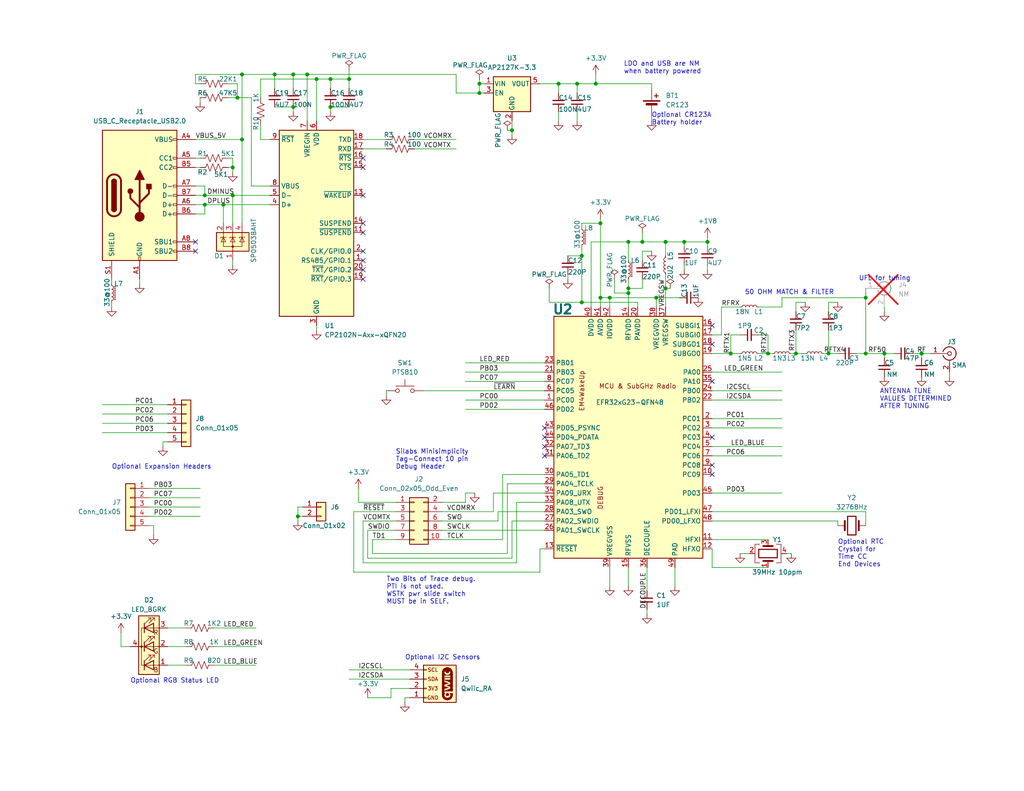
<source format=kicad_sch>
(kicad_sch (version 20230121) (generator eeschema)
  (paper "A")
  (title_block (title "ZReach Z-Wave Controller Reference Design") (date "2024-02-16") (rev "A") (company "Z-Wave Alliance"))
  (junction (at 217.17 96.52))
  (junction (at 236.22 96.52))
  (junction (at 83.82 20.32))
  (junction (at 60.96 55.88))
  (junction (at 166.37 81.28))
  (junction (at 81.28 140.97))
  (junction (at 74.93 20.32))
  (junction (at 181.61 66.04))
  (junction (at 162.56 22.86))
  (junction (at 55.88 53.34))
  (junction (at 66.04 38.1))
  (junction (at 251.46 96.52))
  (junction (at 55.88 55.88))
  (junction (at 226.06 96.52))
  (junction (at 130.81 25.4))
  (junction (at 209.55 96.52))
  (junction (at 64.77 26.67))
  (junction (at 163.83 60.96))
  (junction (at 139.7 35.56))
  (junction (at 86.36 21.59))
  (junction (at 95.25 21.59))
  (junction (at 241.3 96.52))
  (junction (at 130.81 22.86))
  (junction (at 163.83 81.28))
  (junction (at 179.07 81.28))
  (junction (at 186.69 66.04))
  (junction (at 171.45 80.01))
  (junction (at 236.22 81.28))
  (junction (at 171.45 78.74))
  (junction (at 63.5 53.34))
  (junction (at 63.5 45.72))
  (junction (at 80.01 29.21))
  (junction (at 181.61 78.74))
  (junction (at 90.17 29.21))
  (junction (at 158.75 82.55))
  (junction (at 157.48 22.86))
  (junction (at 199.39 96.52))
  (junction (at 193.04 66.04))
  (junction (at 171.45 66.04))
  (junction (at 80.01 20.32))
  (junction (at 175.26 66.04))
  (junction (at 66.04 20.32))
  (junction (at 152.4 22.86))
  (junction (at 90.17 21.59))
  (junction (at 158.75 69.85))
  (no_connect (at 53.34 66.04))
  (no_connect (at 99.06 45.72))
  (no_connect (at 148.59 121.92))
  (no_connect (at 194.31 104.14))
  (no_connect (at 148.59 119.38))
  (no_connect (at 99.06 60.96))
  (no_connect (at 99.06 43.18))
  (no_connect (at 53.34 68.58))
  (no_connect (at 99.06 71.12))
  (no_connect (at 194.31 127))
  (no_connect (at 99.06 63.5))
  (no_connect (at 99.06 53.34))
  (no_connect (at 194.31 129.54))
  (no_connect (at 99.06 73.66))
  (no_connect (at 148.59 116.84))
  (no_connect (at 194.31 93.98))
  (no_connect (at 99.06 76.2))
  (no_connect (at 99.06 68.58))
  (no_connect (at 194.31 119.38))
  (no_connect (at 194.31 88.9))
  (no_connect (at 148.59 124.46))
  (wire (pts (xy 152.4 30.48) (xy 152.4 33.02)))
  (wire (pts (xy 80.01 20.32) (xy 83.82 20.32)))
  (wire (pts (xy 140.97 153.67) (xy 140.97 137.16)))
  (wire (pts (xy 53.34 22.86) (xy 53.34 20.32)))
  (wire (pts (xy 236.22 143.51) (xy 236.22 139.7)))
  (wire (pts (xy 45.72 171.45) (xy 50.8 171.45)))
  (wire (pts (xy 186.69 66.04) (xy 186.69 67.31)))
  (wire (pts (xy 63.5 53.34) (xy 63.5 60.96)))
  (wire (pts (xy 194.31 134.62) (xy 213.36 134.62)))
  (wire (pts (xy 157.48 22.86) (xy 157.48 25.4)))
  (wire (pts (xy 90.17 29.21) (xy 95.25 29.21)))
  (wire (pts (xy 86.36 21.59) (xy 71.12 21.59)))
  (wire (pts (xy 157.48 22.86) (xy 162.56 22.86)))
  (wire (pts (xy 127 99.06) (xy 148.59 99.06)))
  (wire (pts (xy 201.93 151.13) (xy 204.47 151.13)))
  (wire (pts (xy 127 101.6) (xy 148.59 101.6)))
  (wire (pts (xy 35.56 176.53) (xy 33.02 176.53)))
  (wire (pts (xy 207.01 96.52) (xy 209.55 96.52)))
  (wire (pts (xy 175.26 68.58) (xy 177.8 68.58)))
  (wire (pts (xy 62.23 43.18) (xy 63.5 43.18)))
  (wire (pts (xy 62.23 22.86) (xy 64.77 22.86)))
  (wire (pts (xy 166.37 81.28) (xy 166.37 83.82)))
  (wire (pts (xy 148.59 106.68) (xy 115.57 106.68)))
  (wire (pts (xy 82.55 138.43) (xy 81.28 138.43)))
  (wire (pts (xy 158.75 60.96) (xy 163.83 60.96)))
  (wire (pts (xy 111.76 187.96) (xy 106.68 187.96)))
  (wire (pts (xy 194.31 121.92) (xy 213.36 121.92)))
  (wire (pts (xy 66.04 20.32) (xy 74.93 20.32)))
  (wire (pts (xy 199.39 91.44) (xy 199.39 96.52)))
  (wire (pts (xy 236.22 78.74) (xy 236.22 81.28)))
  (wire (pts (xy 74.93 20.32) (xy 80.01 20.32)))
  (wire (pts (xy 96.52 139.7) (xy 107.95 139.7)))
  (wire (pts (xy 129.54 134.62) (xy 127 134.62)))
  (wire (pts (xy 217.17 82.55) (xy 219.71 82.55)))
  (wire (pts (xy 127 134.62) (xy 127 137.16)))
  (wire (pts (xy 167.64 76.2) (xy 167.64 80.01)))
  (wire (pts (xy 251.46 96.52) (xy 254 96.52)))
  (wire (pts (xy 167.64 80.01) (xy 171.45 80.01)))
  (wire (pts (xy 90.17 24.13) (xy 90.17 21.59)))
  (wire (pts (xy 90.17 29.21) (xy 90.17 30.48)))
  (wire (pts (xy 149.86 82.55) (xy 158.75 82.55)))
  (wire (pts (xy 53.34 20.32) (xy 66.04 20.32)))
  (wire (pts (xy 196.85 91.44) (xy 194.31 91.44)))
  (wire (pts (xy 138.43 151.13) (xy 138.43 132.08)))
  (wire (pts (xy 60.96 55.88) (xy 73.66 55.88)))
  (wire (pts (xy 81.28 140.97) (xy 82.55 140.97)))
  (wire (pts (xy 161.29 66.04) (xy 161.29 83.82)))
  (wire (pts (xy 107.95 137.16) (xy 97.79 137.16)))
  (wire (pts (xy 113.03 40.64) (xy 124.46 40.64)))
  (wire (pts (xy 44.45 121.92) (xy 44.45 120.65)))
  (wire (pts (xy 163.83 81.28) (xy 166.37 81.28)))
  (wire (pts (xy 162.56 22.86) (xy 162.56 20.32)))
  (wire (pts (xy 55.88 53.34) (xy 63.5 53.34)))
  (wire (pts (xy 175.26 66.04) (xy 171.45 66.04)))
  (wire (pts (xy 201.93 91.44) (xy 199.39 91.44)))
  (wire (pts (xy 217.17 85.09) (xy 217.17 82.55)))
  (wire (pts (xy 38.1 76.2) (xy 38.1 77.47)))
  (wire (pts (xy 63.5 45.72) (xy 63.5 46.99)))
  (wire (pts (xy 95.25 21.59) (xy 90.17 21.59)))
  (wire (pts (xy 130.81 21.59) (xy 130.81 22.86)))
  (wire (pts (xy 86.36 21.59) (xy 86.36 33.02)))
  (wire (pts (xy 158.75 69.85) (xy 158.75 82.55)))
  (wire (pts (xy 173.99 82.55) (xy 173.99 83.82)))
  (wire (pts (xy 107.95 142.24) (xy 99.06 142.24)))
  (wire (pts (xy 217.17 90.17) (xy 217.17 96.52)))
  (wire (pts (xy 124.46 20.32) (xy 124.46 25.4)))
  (wire (pts (xy 148.59 149.86) (xy 147.32 149.86)))
  (wire (pts (xy 181.61 66.04) (xy 175.26 66.04)))
  (wire (pts (xy 152.4 22.86) (xy 152.4 25.4)))
  (wire (pts (xy 217.17 96.52) (xy 219.71 96.52)))
  (wire (pts (xy 66.04 38.1) (xy 66.04 20.32)))
  (wire (pts (xy 139.7 142.24) (xy 139.7 152.4)))
  (wire (pts (xy 55.88 55.88) (xy 60.96 55.88)))
  (wire (pts (xy 40.64 133.35) (xy 54.61 133.35)))
  (wire (pts (xy 226.06 90.17) (xy 226.06 96.52)))
  (wire (pts (xy 248.92 96.52) (xy 251.46 96.52)))
  (wire (pts (xy 137.16 129.54) (xy 148.59 129.54)))
  (wire (pts (xy 33.02 176.53) (xy 33.02 172.72)))
  (wire (pts (xy 224.79 96.52) (xy 226.06 96.52)))
  (wire (pts (xy 140.97 137.16) (xy 148.59 137.16)))
  (wire (pts (xy 132.08 25.4) (xy 130.81 25.4)))
  (wire (pts (xy 134.62 139.7) (xy 134.62 134.62)))
  (wire (pts (xy 99.06 38.1) (xy 105.41 38.1)))
  (wire (pts (xy 66.04 38.1) (xy 66.04 60.96)))
  (wire (pts (xy 139.7 152.4) (xy 100.33 152.4)))
  (wire (pts (xy 120.65 139.7) (xy 134.62 139.7)))
  (wire (pts (xy 68.58 50.8) (xy 68.58 26.67)))
  (wire (pts (xy 193.04 67.31) (xy 193.04 66.04)))
  (wire (pts (xy 99.06 142.24) (xy 99.06 153.67)))
  (wire (pts (xy 95.25 24.13) (xy 95.25 21.59)))
  (wire (pts (xy 139.7 33.02) (xy 139.7 35.56)))
  (wire (pts (xy 137.16 147.32) (xy 137.16 129.54)))
  (wire (pts (xy 147.32 156.21) (xy 96.52 156.21)))
  (wire (pts (xy 135.89 142.24) (xy 135.89 139.7)))
  (wire (pts (xy 53.34 45.72) (xy 54.61 45.72)))
  (wire (pts (xy 213.36 83.82) (xy 213.36 81.28)))
  (wire (pts (xy 60.96 55.88) (xy 60.96 60.96)))
  (wire (pts (xy 90.17 21.59) (xy 86.36 21.59)))
  (wire (pts (xy 171.45 80.01) (xy 171.45 83.82)))
  (wire (pts (xy 81.28 138.43) (xy 81.28 140.97)))
  (wire (pts (xy 163.83 59.69) (xy 163.83 60.96)))
  (wire (pts (xy 74.93 29.21) (xy 80.01 29.21)))
  (wire (pts (xy 236.22 81.28) (xy 236.22 96.52)))
  (wire (pts (xy 179.07 81.28) (xy 185.42 81.28)))
  (wire (pts (xy 199.39 96.52) (xy 201.93 96.52)))
  (wire (pts (xy 74.93 20.32) (xy 74.93 24.13)))
  (wire (pts (xy 113.03 38.1) (xy 124.46 38.1)))
  (wire (pts (xy 138.43 35.56) (xy 139.7 35.56)))
  (wire (pts (xy 194.31 96.52) (xy 199.39 96.52)))
  (wire (pts (xy 194.31 109.22) (xy 213.36 109.22)))
  (wire (pts (xy 148.59 109.22) (xy 127 109.22)))
  (wire (pts (xy 193.04 66.04) (xy 186.69 66.04)))
  (wire (pts (xy 194.31 142.24) (xy 228.6 142.24)))
  (wire (pts (xy 86.36 88.9) (xy 86.36 90.17)))
  (wire (pts (xy 58.42 171.45) (xy 69.85 171.45)))
  (wire (pts (xy 158.75 67.31) (xy 158.75 69.85)))
  (wire (pts (xy 179.07 81.28) (xy 179.07 83.82)))
  (wire (pts (xy 207.01 91.44) (xy 209.55 91.44)))
  (wire (pts (xy 95.25 19.05) (xy 95.25 21.59)))
  (wire (pts (xy 124.46 25.4) (xy 130.81 25.4)))
  (wire (pts (xy 53.34 55.88) (xy 55.88 55.88)))
  (wire (pts (xy 158.75 62.23) (xy 158.75 60.96)))
  (wire (pts (xy 30.48 82.55) (xy 30.48 83.82)))
  (wire (pts (xy 96.52 139.7) (xy 96.52 156.21)))
  (wire (pts (xy 177.8 24.13) (xy 177.8 22.86)))
  (wire (pts (xy 181.61 66.04) (xy 181.61 69.85)))
  (wire (pts (xy 130.81 25.4) (xy 130.81 22.86)))
  (wire (pts (xy 184.15 154.94) (xy 184.15 160.02)))
  (wire (pts (xy 62.23 45.72) (xy 63.5 45.72)))
  (wire (pts (xy 171.45 76.2) (xy 171.45 78.74)))
  (wire (pts (xy 53.34 50.8) (xy 55.88 50.8)))
  (wire (pts (xy 228.6 142.24) (xy 228.6 143.51)))
  (wire (pts (xy 100.33 144.78) (xy 107.95 144.78)))
  (wire (pts (xy 139.7 35.56) (xy 139.7 36.83)))
  (wire (pts (xy 181.61 74.93) (xy 181.61 78.74)))
  (wire (pts (xy 41.91 146.05) (xy 41.91 143.51)))
  (wire (pts (xy 209.55 96.52) (xy 210.82 96.52)))
  (wire (pts (xy 80.01 20.32) (xy 80.01 24.13)))
  (wire (pts (xy 171.45 154.94) (xy 171.45 160.02)))
  (wire (pts (xy 120.65 147.32) (xy 137.16 147.32)))
  (wire (pts (xy 194.31 149.86) (xy 194.31 154.94)))
  (wire (pts (xy 163.83 83.82) (xy 163.83 81.28)))
  (wire (pts (xy 127 104.14) (xy 148.59 104.14)))
  (wire (pts (xy 154.94 74.93) (xy 154.94 76.2)))
  (wire (pts (xy 194.31 101.6) (xy 213.36 101.6)))
  (wire (pts (xy 171.45 78.74) (xy 171.45 80.01)))
  (wire (pts (xy 166.37 81.28) (xy 179.07 81.28)))
  (wire (pts (xy 100.33 152.4) (xy 100.33 144.78)))
  (wire (pts (xy 194.31 124.46) (xy 213.36 124.46)))
  (wire (pts (xy 41.91 143.51) (xy 40.64 143.51)))
  (wire (pts (xy 147.32 22.86) (xy 152.4 22.86)))
  (wire (pts (xy 147.32 149.86) (xy 147.32 156.21)))
  (wire (pts (xy 207.01 83.82) (xy 213.36 83.82)))
  (wire (pts (xy 81.28 142.24) (xy 81.28 140.97)))
  (wire (pts (xy 53.34 58.42) (xy 55.88 58.42)))
  (wire (pts (xy 83.82 20.32) (xy 124.46 20.32)))
  (wire (pts (xy 58.42 181.61) (xy 69.85 181.61)))
  (wire (pts (xy 40.64 138.43) (xy 54.61 138.43)))
  (wire (pts (xy 214.63 151.13) (xy 215.9 151.13)))
  (wire (pts (xy 193.04 64.77) (xy 193.04 66.04)))
  (wire (pts (xy 64.77 22.86) (xy 64.77 26.67)))
  (wire (pts (xy 171.45 66.04) (xy 171.45 71.12)))
  (wire (pts (xy 53.34 53.34) (xy 55.88 53.34)))
  (wire (pts (xy 53.34 43.18) (xy 54.61 43.18)))
  (wire (pts (xy 186.69 66.04) (xy 181.61 66.04)))
  (wire (pts (xy 27.94 118.11) (xy 45.72 118.11)))
  (wire (pts (xy 181.61 78.74) (xy 181.61 83.82)))
  (wire (pts (xy 226.06 85.09) (xy 226.06 82.55)))
  (wire (pts (xy 163.83 60.96) (xy 163.83 81.28)))
  (wire (pts (xy 63.5 43.18) (xy 63.5 45.72)))
  (wire (pts (xy 181.61 78.74) (xy 182.88 78.74)))
  (wire (pts (xy 106.68 190.5) (xy 100.33 190.5)))
  (wire (pts (xy 176.53 154.94) (xy 176.53 161.29)))
  (wire (pts (xy 241.3 96.52) (xy 243.84 96.52)))
  (wire (pts (xy 194.31 116.84) (xy 213.36 116.84)))
  (wire (pts (xy 107.95 147.32) (xy 101.6 147.32)))
  (wire (pts (xy 226.06 82.55) (xy 228.6 82.55)))
  (wire (pts (xy 148.59 111.76) (xy 127 111.76)))
  (wire (pts (xy 236.22 96.52) (xy 241.3 96.52)))
  (wire (pts (xy 175.26 71.12) (xy 175.26 68.58)))
  (wire (pts (xy 95.25 182.88) (xy 111.76 182.88)))
  (wire (pts (xy 54.61 22.86) (xy 53.34 22.86)))
  (wire (pts (xy 101.6 147.32) (xy 101.6 151.13)))
  (wire (pts (xy 241.3 83.82) (xy 241.3 85.09)))
  (wire (pts (xy 158.75 82.55) (xy 173.99 82.55)))
  (wire (pts (xy 134.62 134.62) (xy 148.59 134.62)))
  (wire (pts (xy 101.6 151.13) (xy 138.43 151.13)))
  (wire (pts (xy 194.31 114.3) (xy 213.36 114.3)))
  (wire (pts (xy 110.49 190.5) (xy 110.49 191.77)))
  (wire (pts (xy 27.94 110.49) (xy 45.72 110.49)))
  (wire (pts (xy 53.34 38.1) (xy 66.04 38.1)))
  (wire (pts (xy 27.94 113.03) (xy 45.72 113.03)))
  (wire (pts (xy 71.12 38.1) (xy 73.66 38.1)))
  (wire (pts (xy 40.64 140.97) (xy 54.61 140.97)))
  (wire (pts (xy 99.06 153.67) (xy 140.97 153.67)))
  (wire (pts (xy 186.69 72.39) (xy 186.69 73.66)))
  (wire (pts (xy 177.8 31.75) (xy 177.8 33.02)))
  (wire (pts (xy 120.65 142.24) (xy 135.89 142.24)))
  (wire (pts (xy 63.5 53.34) (xy 73.66 53.34)))
  (wire (pts (xy 135.89 139.7) (xy 148.59 139.7)))
  (wire (pts (xy 80.01 29.21) (xy 80.01 30.48)))
  (wire (pts (xy 120.65 137.16) (xy 127 137.16)))
  (wire (pts (xy 71.12 34.29) (xy 71.12 38.1)))
  (wire (pts (xy 97.79 133.35) (xy 97.79 137.16)))
  (wire (pts (xy 166.37 154.94) (xy 166.37 160.02)))
  (wire (pts (xy 251.46 96.52) (xy 251.46 97.79)))
  (wire (pts (xy 105.41 106.68) (xy 105.41 107.95)))
  (wire (pts (xy 45.72 181.61) (xy 50.8 181.61)))
  (wire (pts (xy 71.12 21.59) (xy 71.12 26.67)))
  (wire (pts (xy 226.06 96.52) (xy 228.6 96.52)))
  (wire (pts (xy 111.76 190.5) (xy 110.49 190.5)))
  (wire (pts (xy 175.26 63.5) (xy 175.26 66.04)))
  (wire (pts (xy 55.88 58.42) (xy 55.88 55.88)))
  (wire (pts (xy 130.81 22.86) (xy 132.08 22.86)))
  (wire (pts (xy 73.66 50.8) (xy 68.58 50.8)))
  (wire (pts (xy 152.4 22.86) (xy 157.48 22.86)))
  (wire (pts (xy 83.82 20.32) (xy 83.82 33.02)))
  (wire (pts (xy 30.48 76.2) (xy 30.48 77.47)))
  (wire (pts (xy 175.26 78.74) (xy 171.45 78.74)))
  (wire (pts (xy 161.29 66.04) (xy 171.45 66.04)))
  (wire (pts (xy 54.61 26.67) (xy 54.61 27.94)))
  (wire (pts (xy 154.94 69.85) (xy 158.75 69.85)))
  (wire (pts (xy 44.45 120.65) (xy 45.72 120.65)))
  (wire (pts (xy 27.94 115.57) (xy 45.72 115.57)))
  (wire (pts (xy 55.88 50.8) (xy 55.88 53.34)))
  (wire (pts (xy 63.5 71.12) (xy 63.5 72.39)))
  (wire (pts (xy 233.68 96.52) (xy 236.22 96.52)))
  (wire (pts (xy 194.31 147.32) (xy 209.55 147.32)))
  (wire (pts (xy 148.59 142.24) (xy 139.7 142.24)))
  (wire (pts (xy 120.65 144.78) (xy 148.59 144.78)))
  (wire (pts (xy 106.68 187.96) (xy 106.68 190.5)))
  (wire (pts (xy 111.76 185.42) (xy 95.25 185.42)))
  (wire (pts (xy 162.56 22.86) (xy 177.8 22.86)))
  (wire (pts (xy 209.55 91.44) (xy 209.55 96.52)))
  (wire (pts (xy 58.42 176.53) (xy 69.85 176.53)))
  (wire (pts (xy 193.04 72.39) (xy 193.04 73.66)))
  (wire (pts (xy 175.26 76.2) (xy 175.26 78.74)))
  (wire (pts (xy 194.31 154.94) (xy 209.55 154.94)))
  (wire (pts (xy 45.72 176.53) (xy 50.8 176.53)))
  (wire (pts (xy 215.9 96.52) (xy 217.17 96.52)))
  (wire (pts (xy 259.08 101.6) (xy 259.08 102.87)))
  (wire (pts (xy 64.77 26.67) (xy 62.23 26.67)))
  (wire (pts (xy 213.36 81.28) (xy 236.22 81.28)))
  (wire (pts (xy 196.85 83.82) (xy 196.85 91.44)))
  (wire (pts (xy 176.53 166.37) (xy 176.53 167.64)))
  (wire (pts (xy 236.22 139.7) (xy 194.31 139.7)))
  (wire (pts (xy 201.93 83.82) (xy 196.85 83.82)))
  (wire (pts (xy 194.31 106.68) (xy 213.36 106.68)))
  (wire (pts (xy 241.3 96.52) (xy 241.3 97.79)))
  (wire (pts (xy 40.64 135.89) (xy 54.61 135.89)))
  (wire (pts (xy 149.86 78.74) (xy 149.86 82.55)))
  (wire (pts (xy 68.58 26.67) (xy 64.77 26.67)))
  (wire (pts (xy 138.43 132.08) (xy 148.59 132.08)))
  (wire (pts (xy 157.48 30.48) (xy 157.48 33.02)))
  (wire (pts (xy 99.06 40.64) (xy 105.41 40.64)))
  (text "Two Bits of Trace debug.\nPTI is not used.\nWSTK pwr slide switch\nMUST be in SELF." (at 105.41 165.1 0) (effects (font (size 1.27 1.27)) (justify left bottom)))
  (text "50 OHM MATCH & FILTER" (at 203.2 80.645 0) (effects (font (size 1.27 1.27)) (justify left bottom)))
  (text "UFL for tuning" (at 234.315 76.835 0) (effects (font (size 1.27 1.27)) (justify left bottom)))
  (text "Optional Expansion Headers" (at 30.48 128.27 0) (effects (font (size 1.27 1.27)) (justify left bottom)))
  (text "Optional RGB Status LED" (at 35.56 186.69 0) (effects (font (size 1.27 1.27)) (justify left bottom)))
  (text "Silabs Minisimplicity\nTag-Connect 10 pin\nDebug Header" (at 107.95 128.27 0) (effects (font (size 1.27 1.27)) (justify left bottom)))
  (text "LDO and USB are NM\nwhen battery powered" (at 170.18 20.32 0) (effects (font (size 1.27 1.27)) (justify left bottom)))
  (text "ANTENNA TUNE\nVALUES DETERMINED\nAFTER TUNING" (at 240.03 111.76 0) (effects (font (size 1.27 1.27)) (justify left bottom)))
  (text "Optional CR123A\nBattery holder" (at 177.8 34.29 0) (effects (font (size 1.27 1.27)) (justify left bottom)))
  (text "Optional I2C Sensors" (at 110.49 180.34 0) (effects (font (size 1.27 1.27)) (justify left bottom)))
  (text "Optional RTC\nCrystal for\nTime CC \nEnd Devices" (at 228.6 154.94 0) (effects (font (size 1.27 1.27)) (justify left bottom)))
  (label "PC00" (at 41.91 138.43 0))
  (label "RF" (at 250.19 96.52 0))
  (label "RFTX1" (at 199.39 96.52 90))
  (label "DMINUS" (at 56.515 53.34 0))
  (label "LED_RED" (at 130.81 99.06 0))
  (label "PD02" (at 130.81 111.76 0))
  (label "PC02" (at 36.83 113.03 0))
  (label "DECOUPLE" (at 176.53 156.21 270))
  (label "RF50" (at 236.855 96.52 0))
  (label "SWCLK" (at 121.92 144.78 0))
  (label "PC07" (at 41.91 135.89 0))
  (label "VBUS_5V" (at 53.34 38.1 0))
  (label "PD02" (at 41.91 140.97 0))
  (label "PC00" (at 130.81 109.22 0))
  (label "DPLUS" (at 56.515 55.88 0))
  (label "LED_BLUE" (at 60.96 181.61 0))
  (label "VREGSW" (at 181.61 83.82 90))
  (label "RFTX4" (at 224.79 96.52 0))
  (label "PC01" (at 198.12 114.3 0))
  (label "PB03" (at 130.81 101.6 0))
  (label "SWDIO" (at 100.33 144.78 0))
  (label "I2CSCL" (at 198.12 106.68 0))
  (label "PB03" (at 41.91 133.35 0))
  (label "TCLK" (at 121.92 147.32 0))
  (label "TD1" (at 101.6 147.32 0))
  (label "LED_BLUE" (at 199.39 121.92 0))
  (label "SWO" (at 121.92 142.24 0))
  (label "LED_GREEN" (at 60.96 176.53 0))
  (label "~{RESET}" (at 99.06 139.7 0))
  (label "VCOMTX" (at 99.06 142.24 0))
  (label "LED_RED" (at 60.96 171.45 0))
  (label "VCOMRX" (at 121.92 139.7 0))
  (label "I2CSDA" (at 198.12 109.22 0))
  (label "RFTX2" (at 209.55 96.52 90))
  (label "VCOMRX" (at 115.57 38.1 0))
  (label "I2CSCL" (at 97.79 182.88 0))
  (label "~{LEARN}" (at 134.62 106.68 0))
  (label "PD03" (at 198.12 134.62 0))
  (label "I2CSDA" (at 97.79 185.42 0))
  (label "PC06" (at 36.83 115.57 0))
  (label "RFTX3" (at 217.17 95.885 90))
  (label "PC07" (at 130.81 104.14 0))
  (label "PC01" (at 36.83 110.49 0))
  (label "RFRX" (at 196.85 83.82 0))
  (label "PC06" (at 198.12 124.46 0))
  (label "PC02" (at 198.12 116.84 0))
  (label "PD03" (at 36.83 118.11 0))
  (label "LED_GREEN" (at 197.485 101.6 0))
  (label "VCOMTX" (at 115.57 40.64 0))
  (symbol (lib_id "power:PWR_FLAG") (at 130.81 21.59 0) (unit 1)
    (property "Reference" "#FLG01" (effects hide))
    (property "Value" "PWR_FLAG" (at 128.27 17.78 0))
  )
  (symbol (lib_id "Device:C_Small") (at 152.4 27.94 180) (unit 1)
    (property "Reference" "C14" (at 152.4 26.67 0) (effects (justify right)))
    (property "Value" "100N" (at 152.4 29.845 0) (effects (justify right)))
    (property "Footprint" "Capacitor_SMD:C_0603_1608Metric" (effects hide))
  )
  (symbol (lib_id "Device:Crystal_GND24") (at 209.55 151.13 90) (unit 1)
    (property "Reference" "Y1" (at 212.09 147.32 90))
    (property "Value" "39MHz 10ppm" (at 212.09 156.21 90))
    (property "Footprint" "Crystal:Crystal_SMD_3225-4Pin_3.2x2.5mm" (effects hide))
  )
  (symbol (lib_name "GND_29") (lib_id "power:GND") (at 190.5 81.28 0) (unit 1)
    (property "Reference" "#PWR021" (effects hide))
    (property "Value" "GND" (effects hide))
  )
  (symbol (lib_name "GND_14") (lib_id "power:GND") (at 38.1 77.47 0) (unit 1)
    (property "Reference" "#PWR025" (effects hide))
    (property "Value" "GND" (effects hide))
  )
  (symbol (lib_name "GND_21") (lib_id "power:GND") (at 139.7 36.83 0) (unit 1)
    (property "Reference" "#PWR022" (effects hide))
    (property "Value" "GND" (effects hide))
  )
  (symbol (lib_id "Device:L_Ferrite_Small") (at 158.75 64.77 0) (unit 1)
    (property "Reference" "L8" (at 159.385 62.23 0) (effects (justify left)))
    (property "Value" "33@100" (at 157.48 67.945 90) (effects (justify left)))
    (property "Footprint" "Inductor_SMD:L_0603_1608Metric" (effects hide))
  )
  (symbol (lib_name "+3.3V_1") (lib_id "power:+3.3V") (at 33.02 172.72 0) (unit 1)
    (property "Reference" "#PWR035" (effects hide))
    (property "Value" "+3.3V" (at 33.02 168.275 0))
  )
  (symbol (lib_name "GND_9") (lib_id "power:GND") (at 184.15 160.02 0) (unit 1)
    (property "Reference" "#PWR04" (effects hide))
    (property "Value" "GND" (effects hide))
  )
  (symbol (lib_id "Connector:USB_C_Receptacle_USB2.0") (at 38.1 53.34 0) (unit 1)
    (property "Reference" "J1" (at 38.1 30.48 0))
    (property "Value" "USB_C_Receptacle_USB2.0" (at 38.1 33.02 0))
    (property "Footprint" "Connector_USB:USB_C_Receptacle_GCT_USB4110" (effects hide))
    (property "Datasheet" "https://www.usb.org/sites/default/files/documents/usb_type-c.zip" (effects hide))
  )
  (symbol (lib_name "GND_28") (lib_id "power:GND") (at 193.04 73.66 0) (unit 1)
    (property "Reference" "#PWR016" (effects hide))
    (property "Value" "GND" (effects hide))
  )
  (symbol (lib_id "Connector_Generic:Conn_01x02") (at 87.63 138.43 0) (unit 1)
    (property "Reference" "J6" (at 90.17 138.43 0) (effects (justify left)))
    (property "Value" "Conn_01x02" (at 82.55 143.51 0) (effects (justify left)))
    (property "Footprint" "Connector_PinHeader_2.54mm:PinHeader_1x02_P2.54mm_Vertical" (effects hide))
  )
  (symbol (lib_name "GND_17") (lib_id "power:GND") (at 54.61 27.94 0) (unit 1)
    (property "Reference" "#PWR033" (effects hide))
    (property "Value" "GND" (effects hide))
  )
  (symbol (lib_name "GND_30") (lib_id "power:GND") (at 228.6 82.55 0) (unit 1)
    (property "Reference" "#PWR09" (effects hide))
    (property "Value" "GND" (effects hide))
  )
  (symbol (lib_name "+3.3V_3") (lib_id "power:+3.3V") (at 97.79 133.35 0) (unit 1)
    (property "Reference" "#PWR034" (effects hide))
    (property "Value" "+3.3V" (at 97.79 128.905 0))
  )
  (symbol (lib_name "+3.3V_4") (lib_id "power:+3.3V") (at 162.56 20.32 0) (unit 1)
    (property "Reference" "#PWR023" (effects hide))
    (property "Value" "+3.3V" (at 162.56 15.875 0))
  )
  (symbol (lib_id "Device:C_Small") (at 241.3 100.33 180) (unit 1)
    (property "Reference" "C5" (at 241.3 99.06 0) (effects (justify right)))
    (property "Value" "NM" (at 241.935 102.235 0) (effects (justify right)))
    (property "Footprint" "Capacitor_SMD:C_0402_1005Metric" (effects hide))
  )
  (symbol (lib_id "Device:L_Small") (at 181.61 72.39 180) (unit 1)
    (property "Reference" "L5" (at 182.88 69.85 90))
    (property "Value" "2U2" (at 182.88 74.295 90))
    (property "Footprint" "Inductor_SMD:L_0603_1608Metric" (effects hide))
  )
  (symbol (lib_id "Device:R_US") (at 54.61 171.45 90) (unit 1)
    (property "Reference" "R7" (at 51.435 170.18 90))
    (property "Value" "1K2" (at 58.42 170.18 90))
    (property "Footprint" "Resistor_SMD:R_0603_1608Metric" (effects hide))
  )
  (symbol (lib_name "GND_11") (lib_id "power:GND") (at 215.9 151.13 0) (unit 1)
    (property "Reference" "#PWR011" (effects hide))
    (property "Value" "GND" (effects hide))
  )
  (symbol (lib_name "GND_13") (lib_id "power:GND") (at 86.36 90.17 0) (unit 1)
    (property "Reference" "#PWR030" (effects hide))
    (property "Value" "GND" (effects hide))
  )
  (symbol (lib_id "Device:C_Small") (at 226.06 87.63 180) (unit 1)
    (property "Reference" "C8" (at 226.06 86.36 0) (effects (justify right)))
    (property "Value" "1P3" (at 226.06 89.535 0) (effects (justify right)))
    (property "Footprint" "Capacitor_SMD:C_0402_1005Metric" (effects hide))
  )
  (symbol (lib_id "Regulator_Linear:AP2127K-3.3") (at 139.7 25.4 0) (unit 1)
    (property "Reference" "U3" (at 139.7 15.875 0))
    (property "Value" "AP2127K-3.3" (at 139.7 18.415 0))
    (property "Footprint" "Package_TO_SOT_SMD:SOT-23-5" (effects hide))
    (property "Datasheet" "https://www.diodes.com/assets/Datasheets/AP2127.pdf" (effects hide))
  )
  (symbol (lib_id "Device:R_US") (at 54.61 181.61 90) (unit 1)
    (property "Reference" "R9" (at 51.435 180.34 90))
    (property "Value" "820" (at 58.42 180.34 90))
    (property "Footprint" "Resistor_SMD:R_0603_1608Metric" (effects hide))
  )
  (symbol (lib_name "GND_1") (lib_id "power:GND") (at 41.91 146.05 0) (unit 1)
    (property "Reference" "#PWR040" (effects hide))
    (property "Value" "GND" (effects hide))
  )
  (symbol (lib_name "GND_20") (lib_id "power:GND") (at 63.5 46.99 0) (unit 1)
    (property "Reference" "#PWR024" (effects hide))
    (property "Value" "GND" (effects hide))
  )
  (symbol (lib_name "GND_16") (lib_id "power:GND") (at 63.5 72.39 0) (unit 1)
    (property "Reference" "#PWR027" (effects hide))
    (property "Value" "GND" (effects hide))
  )
  (symbol (lib_id "power:GND") (at 241.3 102.87 0) (unit 1)
    (property "Reference" "#PWR06" (effects hide))
    (property "Value" "GND" (effects hide))
  )
  (symbol (lib_name "GND_5") (lib_id "power:GND") (at 129.54 134.62 0) (unit 1)
    (property "Reference" "#PWR01" (effects hide))
    (property "Value" "GND" (effects hide))
  )
  (symbol (lib_name "GND_19") (lib_id "power:GND") (at 90.17 30.48 0) (unit 1)
    (property "Reference" "#PWR032" (effects hide))
    (property "Value" "GND" (effects hide))
  )
  (symbol (lib_name "GND_15") (lib_id "power:GND") (at 30.48 83.82 0) (unit 1)
    (property "Reference" "#PWR026" (effects hide))
    (property "Value" "GND" (effects hide))
  )
  (symbol (lib_id "Connector:Conn_Coaxial") (at 259.08 96.52 0) (unit 1)
    (property "Reference" "J3" (at 258.445 93.345 0) (effects (justify left)))
    (property "Value" "SMA" (at 259.715 99.695 0) (effects (justify left)))
    (property "Footprint" "Connector_Coaxial:SMA_Wurth_60312002114503_Vertical" (effects hide))
    (property "Datasheet" " ~" (effects hide))
  )
  (symbol (lib_id "Device:LED_BGRK") (at 40.64 176.53 0) (unit 1)
    (property "Reference" "D2" (at 40.64 163.83 0))
    (property "Value" "LED_BGRK" (at 40.64 166.37 0))
    (property "Footprint" "LED_SMD:LED_WS2812B-2020_PLCC4_2.0x2.0mm" (effects hide))
  )
  (symbol (lib_name "GND_6") (lib_id "power:GND") (at 166.37 160.02 0) (unit 1)
    (property "Reference" "#PWR02" (effects hide))
    (property "Value" "GND" (effects hide))
  )
  (symbol (lib_id "Device:C_Small") (at 251.46 100.33 180) (unit 1)
    (property "Reference" "C6" (at 252.095 99.06 0) (effects (justify right)))
    (property "Value" "NM" (at 252.095 102.235 0) (effects (justify right)))
    (property "Footprint" "Capacitor_SMD:C_0402_1005Metric" (effects hide))
  )
  (symbol (lib_id "Device:C_Small") (at 186.69 69.85 180) (unit 1)
    (property "Reference" "C10" (at 186.69 68.58 0) (effects (justify right)))
    (property "Value" "1UF" (at 186.69 71.755 0) (effects (justify right)))
    (property "Footprint" "Capacitor_SMD:C_0603_1608Metric" (effects hide))
  )
  (symbol (lib_name "+3.3V_2") (lib_id "power:+3.3V") (at 100.33 190.5 0) (unit 1)
    (property "Reference" "#PWR036" (effects hide))
    (property "Value" "+3.3V" (at 100.33 186.69 0))
  )
  (symbol (lib_id "power:PWR_FLAG") (at 175.26 63.5 0) (unit 1)
    (property "Reference" "#FLG04" (effects hide))
    (property "Value" "PWR_FLAG" (at 175.26 59.69 0))
  )
  (symbol (lib_id "Device:L_Small") (at 204.47 83.82 90) (unit 1)
    (property "Reference" "L1" (at 207.01 85.09 90))
    (property "Value" "18N" (at 202.565 85.09 90))
    (property "Footprint" "Inductor_SMD:L_0402_1005Metric" (effects hide))
  )
  (symbol (lib_id "MCU_Silabs:EFR32xG23-QFN48") (at 171.45 119.38 0) (unit 1)
    (property "Reference" "U2" (at 150.495 84.455 0) (effects (font (size 2.54 2.54) bold) (justify left)))
    (property "Value" "EFR32xG23-QFN48" (at 162.56 109.855 0) (effects (justify left)))
    (property "Footprint" "Package_DFN_QFN:VQFN-48-1EP_6x6mm_P0.4mm_EP4.1x4.1mm" (effects hide))
    (property "Datasheet" "https://www.silabs.com/documents/public/data-sheets/efr32zg23-datasheet.pdf" (effects hide))
  )
  (symbol (lib_name "GND_8") (lib_id "power:GND") (at 176.53 167.64 0) (unit 1)
    (property "Reference" "#PWR05" (effects hide))
    (property "Value" "GND" (effects hide))
  )
  (symbol (lib_id "Device:C_Small") (at 231.14 96.52 90) (unit 1)
    (property "Reference" "C3" (at 233.045 97.79 90))
    (property "Value" "220P" (at 230.505 99.06 90))
    (property "Footprint" "Capacitor_SMD:C_0402_1005Metric" (effects hide))
  )
  (symbol (lib_name "GND_4") (lib_id "power:GND") (at 110.49 191.77 0) (unit 1)
    (property "Reference" "#PWR037" (effects hide))
    (property "Value" "GND" (effects hide))
  )
  (symbol (lib_id "Interface_USB:CP2102N-Axx-xQFN20") (at 86.36 60.96 0) (unit 1)
    (property "Reference" "U1" (at 88.5541 88.9 0) (effects (justify left)))
    (property "Value" "CP2102N-Axx-xQFN20" (at 88.5541 91.44 0) (effects (justify left)))
    (property "Footprint" "Package_DFN_QFN:SiliconLabs_QFN-20-1EP_3x3mm_P0.5mm_EP1.8x1.8mm" (effects hide))
    (property "Datasheet" "https://www.silabs.com/documents/public/data-sheets/cp2102n-datasheet.pdf" (effects hide))
  )
  (symbol (lib_id "Device:C_Small") (at 80.01 26.67 180) (unit 1)
    (property "Reference" "C17" (at 80.01 25.4 0) (effects (justify right)))
    (property "Value" "100N" (at 80.01 28.575 0) (effects (justify right)))
    (property "Footprint" "Capacitor_SMD:C_0603_1608Metric" (effects hide))
  )
  (symbol (lib_name "GND_24") (lib_id "power:GND") (at 177.8 33.02 0) (unit 1)
    (property "Reference" "#PWR038" (effects hide))
    (property "Value" "GND" (effects hide))
  )
  (symbol (lib_id "power:PWR_FLAG") (at 149.86 78.74 0) (unit 1)
    (property "Reference" "#FLG03" (effects hide))
    (property "Value" "PWR_FLAG" (at 149.86 74.93 0))
  )
  (symbol (lib_id "power:PWR_FLAG") (at 138.43 35.56 0) (unit 1)
    (property "Reference" "#FLG07" (effects hide))
    (property "Value" "PWR_FLAG" (at 135.89 35.56 90))
  )
  (symbol (lib_name "GND_3") (lib_id "power:GND") (at 81.28 142.24 0) (unit 1)
    (property "Reference" "#PWR039" (effects hide))
    (property "Value" "GND" (effects hide))
  )
  (symbol (lib_name "GND_10") (lib_id "power:GND") (at 201.93 151.13 0) (unit 1)
    (property "Reference" "#PWR010" (effects hide))
    (property "Value" "GND" (effects hide))
  )
  (symbol (lib_id "Device:Crystal") (at 232.41 143.51 0) (unit 1)
    (property "Reference" "Y2" (at 232.41 135.89 0))
    (property "Value" "32768Hz" (at 232.41 138.43 0))
    (property "Footprint" "Crystal:Crystal_SMD_3215-2Pin_3.2x1.5mm" (effects hide))
  )
  (symbol (lib_id "Connector_Generic:Conn_02x05_Odd_Even") (at 113.03 142.24 0) (unit 1)
    (property "Reference" "J2" (at 114.3 130.81 0))
    (property "Value" "Conn_02x05_Odd_Even" (at 114.3 133.35 0))
    (property "Footprint" "Connector:Tag-Connect_TC2050-IDC-NL_2x05_P1.27mm_Vertical" (effects hide))
  )
  (symbol (lib_name "GND_7") (lib_id "power:GND") (at 171.45 160.02 0) (unit 1)
    (property "Reference" "#PWR03" (effects hide))
    (property "Value" "GND" (effects hide))
  )
  (symbol (lib_id "Device:L_Small") (at 213.36 96.52 90) (unit 1)
    (property "Reference" "L3" (at 215.9 97.79 90))
    (property "Value" "1N3" (at 212.725 97.79 90))
    (property "Footprint" "Inductor_SMD:L_0402_1005Metric" (effects hide))
  )
  (symbol (lib_name "GND_33") (lib_id "power:GND") (at 259.08 102.87 0) (unit 1)
    (property "Reference" "#PWR013" (effects hide))
    (property "Value" "GND" (effects hide))
  )
  (symbol (lib_id "Device:C_Small") (at 157.48 27.94 180) (unit 1)
    (property "Reference" "C15" (at 157.48 26.67 0) (effects (justify right)))
    (property "Value" "4U7" (at 157.48 29.845 0) (effects (justify right)))
    (property "Footprint" "Capacitor_SMD:C_0805_2012Metric" (effects hide))
  )
  (symbol (lib_id "Device:C_Small") (at 217.17 87.63 180) (unit 1)
    (property "Reference" "C7" (at 217.17 86.36 0) (effects (justify right)))
    (property "Value" "7P2" (at 217.17 89.535 0) (effects (justify right)))
    (property "Footprint" "Capacitor_SMD:C_0402_1005Metric" (effects hide))
  )
  (symbol (lib_id "power:+1V8") (at 193.04 64.77 0) (unit 1)
    (property "Reference" "#PWR018" (effects hide))
    (property "Value" "+1V8" (at 193.04 60.325 0))
  )
  (symbol (lib_name "GND_32") (lib_id "power:GND") (at 241.3 85.09 0) (unit 1)
    (property "Reference" "#PWR014" (effects hide))
    (property "Value" "GND" (effects hide))
  )
  (symbol (lib_name "GND_12") (lib_id "power:GND") (at 105.41 107.95 0) (unit 1)
    (property "Reference" "#PWR012" (effects hide))
    (property "Value" "GND" (effects hide))
  )
  (symbol (lib_id "Device:C_Small") (at 246.38 96.52 90) (unit 1)
    (property "Reference" "C4" (at 248.285 95.885 90))
    (property "Value" "47P" (at 248.92 97.79 90))
    (property "Footprint" "Capacitor_SMD:C_0402_1005Metric" (effects hide))
  )
  (symbol (lib_id "Device:C_Small") (at 176.53 163.83 0) (unit 1)
    (property "Reference" "C1" (at 179.07 162.5663 0) (effects (justify left)))
    (property "Value" "1UF" (at 179.07 165.1063 0) (effects (justify left)))
    (property "Footprint" "Capacitor_SMD:C_0603_1608Metric" (effects hide))
  )
  (symbol (lib_id "Device:L_Ferrite_Small") (at 171.45 73.66 0) (unit 1)
    (property "Reference" "L6" (at 172.085 71.12 0) (effects (justify left)))
    (property "Value" "33@100" (at 170.18 77.47 90) (effects (justify left)))
    (property "Footprint" "Inductor_SMD:L_0603_1608Metric" (effects hide))
  )
  (symbol (lib_id "Switch:SW_Push") (at 110.49 106.68 0) (unit 1)
    (property "Reference" "SW1" (at 110.49 99.06 0))
    (property "Value" "PTS810" (at 110.49 101.6 0))
    (property "Footprint" "Button_Switch_SMD:SW_SPST_PTS810" (effects hide))
  )
  (symbol (lib_name "GND_2") (lib_id "power:GND") (at 44.45 121.92 0) (unit 1)
    (property "Reference" "#PWR041" (effects hide))
    (property "Value" "GND" (effects hide))
  )
  (symbol (lib_name "GND_22") (lib_id "power:GND") (at 152.4 33.02 0) (unit 1)
    (property "Reference" "#PWR028" (effects hide))
    (property "Value" "GND" (effects hide))
  )
  (symbol (lib_name "GND_23") (lib_id "power:GND") (at 157.48 33.02 0) (unit 1)
    (property "Reference" "#PWR029" (effects hide))
    (property "Value" "GND" (effects hide))
  )
  (symbol (lib_id "Device:R_US") (at 54.61 176.53 90) (unit 1)
    (property "Reference" "R8" (at 51.435 175.26 90))
    (property "Value" "1K" (at 58.42 175.26 90))
    (property "Footprint" "Resistor_SMD:R_0603_1608Metric" (effects hide))
  )
  (symbol (lib_name "GND_27") (lib_id "power:GND") (at 186.69 73.66 0) (unit 1)
    (property "Reference" "#PWR017" (effects hide))
    (property "Value" "GND" (effects hide))
  )
  (symbol (lib_id "Device:R_US") (at 58.42 22.86 90) (unit 1)
    (property "Reference" "R5" (at 55.245 21.59 90))
    (property "Value" "22K1" (at 62.23 21.59 90))
    (property "Footprint" "Resistor_SMD:R_0603_1608Metric" (effects hide))
  )
  (symbol (lib_id "Power_Protection:SP0503BAHT") (at 63.5 66.04 0) (unit 1)
    (property "Reference" "D1" (at 58.42 69.85 0) (effects (justify left)))
    (property "Value" "SP0503BAHT" (at 69.215 71.755 90) (effects (justify left)))
    (property "Footprint" "Package_TO_SOT_SMD:SOT-143" (effects hide))
    (property "Datasheet" "http://www.littelfuse.com/~/media/files/littelfuse/technical%20resources/documents/data%20sheets/sp05xxba.pdf" (effects hide))
  )
  (symbol (lib_id "power:PWR_FLAG") (at 95.25 19.05 0) (unit 1)
    (property "Reference" "#FLG02" (effects hide))
    (property "Value" "PWR_FLAG" (at 95.25 15.24 0))
  )
  (symbol (lib_id "Device:R_US") (at 109.22 38.1 90) (unit 1)
    (property "Reference" "R3" (at 106.045 36.83 90))
    (property "Value" "100" (at 113.03 36.83 90))
    (property "Footprint" "Resistor_SMD:R_0603_1608Metric" (effects hide))
  )
  (symbol (lib_id "Device:Battery_Cell") (at 177.8 29.21 0) (unit 1)
    (property "Reference" "BT1" (at 181.61 26.0985 0) (effects (justify left)))
    (property "Value" "CR123 " (at 181.61 28.6385 0) (effects (justify left)))
    (property "Footprint" "ZReach:1050_KEY" (effects hide))
  )
  (symbol (lib_id "Device:C_Small") (at 175.26 73.66 180) (unit 1)
    (property "Reference" "C11" (at 175.26 72.39 0) (effects (justify right)))
    (property "Value" "220P" (at 175.26 75.565 0) (effects (justify right)))
    (property "Footprint" "Capacitor_SMD:C_0603_1608Metric" (effects hide))
  )
  (symbol (lib_id "Device:L_Small") (at 222.25 96.52 90) (unit 1)
    (property "Reference" "L4" (at 224.79 97.79 90))
    (property "Value" "13N" (at 220.345 97.79 90))
    (property "Footprint" "Inductor_SMD:L_0402_1005Metric" (effects hide))
  )
  (symbol (lib_id "ZReach:Qwiic_Right_Angle") (at 116.84 185.42 0) (unit 1)
    (property "Reference" "J5" (at 125.73 185.42 0) (effects (justify left)))
    (property "Value" "Qwiic_RA" (at 125.73 187.96 0) (effects (justify left)))
    (property "Footprint" "ZReach:JST_PTH-4" (effects hide))
    (property "Datasheet" "https://www.jst-mfg.com/product/pdf/eng/eSH.pdf" (effects hide))
    (property "PROD_ID" "CONN-13694" (effects hide))
  )
  (symbol (lib_id "Device:C_Small") (at 204.47 91.44 90) (unit 1)
    (property "Reference" "C2" (at 207.01 90.17 90))
    (property "Value" "1P9" (at 203.2 88.9 90))
    (property "Footprint" "Capacitor_SMD:C_0402_1005Metric" (effects hide))
  )
  (symbol (lib_id "Device:L_Small") (at 204.47 96.52 90) (unit 1)
    (property "Reference" "L2" (at 207.01 97.79 90))
    (property "Value" "1N5" (at 203.2 97.79 90))
    (property "Footprint" "Inductor_SMD:L_0402_1005Metric" (effects hide))
  )
  (symbol (lib_id "power:PWR_FLAG") (at 167.64 76.2 0) (unit 1)
    (property "Reference" "#FLG05" (effects hide))
    (property "Value" "PWR_FLAG" (at 166.37 73.66 90))
  )
  (symbol (lib_id "Device:C_Small") (at 154.94 72.39 180) (unit 1)
    (property "Reference" "C12" (at 154.94 71.12 0) (effects (justify right)))
    (property "Value" "220P" (at 154.94 74.295 0) (effects (justify right)))
    (property "Footprint" "Capacitor_SMD:C_0603_1608Metric" (effects hide))
  )
  (symbol (lib_id "Connector_Generic:Conn_01x05") (at 35.56 138.43 0) (mirror y) (unit 1)
    (property "Reference" "J7" (at 33.02 137.16 0) (effects (justify left)))
    (property "Value" "Conn_01x05" (at 33.02 139.7 0) (effects (justify left)))
    (property "Footprint" "Connector_PinHeader_2.54mm:PinHeader_1x05_P2.54mm_Vertical" (effects hide))
  )
  (symbol (lib_name "GND_25") (lib_id "power:GND") (at 154.94 76.2 0) (unit 1)
    (property "Reference" "#PWR020" (effects hide))
    (property "Value" "GND" (effects hide))
  )
  (symbol (lib_id "Connector_Generic:Conn_01x05") (at 50.8 115.57 0) (unit 1)
    (property "Reference" "J8" (at 53.34 114.3 0) (effects (justify left)))
    (property "Value" "Conn_01x05" (at 53.34 116.84 0) (effects (justify left)))
    (property "Footprint" "Connector_PinHeader_2.54mm:PinHeader_1x05_P2.54mm_Vertical" (effects hide))
  )
  (symbol (lib_id "Device:R_US") (at 58.42 45.72 90) (unit 1)
    (property "Reference" "R2" (at 55.245 46.99 90))
    (property "Value" "5K1" (at 60.325 47.625 90))
    (property "Footprint" "Resistor_SMD:R_0603_1608Metric" (effects hide))
  )
  (symbol (lib_id "Device:C_Small") (at 187.96 81.28 270) (unit 1)
    (property "Reference" "C13" (at 186.69 81.28 0) (effects (justify right)))
    (property "Value" "1UF" (at 189.865 81.28 0) (effects (justify right)))
    (property "Footprint" "Capacitor_SMD:C_0603_1608Metric" (effects hide))
  )
  (symbol (lib_id "Device:R_US") (at 71.12 30.48 180) (unit 1)
    (property "Reference" "R10" (at 69.85 33.655 90))
    (property "Value" "1K" (at 69.85 26.67 90))
    (property "Footprint" "Resistor_SMD:R_0603_1608Metric" (effects hide))
  )
  (symbol (lib_name "GND_18") (lib_id "power:GND") (at 80.01 30.48 0) (unit 1)
    (property "Reference" "#PWR031" (effects hide))
    (property "Value" "GND" (effects hide))
  )
  (symbol (lib_id "Device:R_US") (at 109.22 40.64 90) (unit 1)
    (property "Reference" "R4" (at 106.045 39.37 90))
    (property "Value" "100" (at 113.03 39.37 90))
    (property "Footprint" "Resistor_SMD:R_0603_1608Metric" (effects hide))
  )
  (symbol (lib_id "Connector:Conn_Coaxial") (at 241.3 78.74 0) (unit 1) (in_bom no) (dnp yes)
    (property "Reference" "J4" (at 245.11 77.7632 0) (effects (justify left)))
    (property "Value" "NM" (at 245.11 80.3032 0) (effects (justify left)))
    (property "Footprint" "Connector_Coaxial:U.FL_Hirose_U.FL-R-SMT-1_Vertical" (effects hide))
    (property "Datasheet" " ~" (effects hide))
  )
  (symbol (lib_id "Device:R_US") (at 58.42 43.18 90) (unit 1)
    (property "Reference" "R1" (at 55.245 41.91 90))
    (property "Value" "5K1" (at 62.23 41.91 90))
    (property "Footprint" "Resistor_SMD:R_0603_1608Metric" (effects hide))
  )
  (symbol (lib_name "GND_26") (lib_id "power:GND") (at 177.8 68.58 0) (unit 1)
    (property "Reference" "#PWR019" (effects hide))
    (property "Value" "GND" (effects hide))
  )
  (symbol (lib_id "power:PWR_FLAG") (at 182.88 78.74 0) (unit 1)
    (property "Reference" "#FLG06" (effects hide))
    (property "Value" "PWR_FLAG" (effects hide))
  )
  (symbol (lib_id "Device:C_Small") (at 95.25 26.67 180) (unit 1)
    (property "Reference" "C18" (at 95.25 25.4 0) (effects (justify right)))
    (property "Value" "4U7" (at 95.25 28.575 0) (effects (justify right)))
    (property "Footprint" "Capacitor_SMD:C_0805_2012Metric" (effects hide))
  )
  (symbol (lib_name "GND_34") (lib_id "power:GND") (at 251.46 102.87 0) (unit 1)
    (property "Reference" "#PWR07" (effects hide))
    (property "Value" "GND" (effects hide))
  )
  (symbol (lib_id "Device:L_Ferrite_Small") (at 30.48 80.01 0) (unit 1)
    (property "Reference" "L7" (at 31.115 77.47 0) (effects (justify left)))
    (property "Value" "33@100" (at 29.21 83.82 90) (effects (justify left)))
    (property "Footprint" "Inductor_SMD:L_0603_1608Metric" (effects hide))
  )
  (symbol (lib_id "Device:C_Small") (at 193.04 69.85 180) (unit 1)
    (property "Reference" "C9" (at 193.04 68.58 0) (effects (justify right)))
    (property "Value" "4U7" (at 193.04 71.755 0) (effects (justify right)))
    (property "Footprint" "Capacitor_SMD:C_0805_2012Metric" (effects hide))
  )
  (symbol (lib_id "power:+3.3V") (at 163.83 59.69 0) (unit 1)
    (property "Reference" "#PWR015" (effects hide))
    (property "Value" "+3.3V" (at 163.83 55.245 0))
  )
  (symbol (lib_id "Device:R_US") (at 58.42 26.67 90) (unit 1)
    (property "Reference" "R6" (at 55.245 25.4 90))
    (property "Value" "47K5" (at 62.23 25.4 90))
    (property "Footprint" "Resistor_SMD:R_0603_1608Metric" (effects hide))
  )
  (symbol (lib_name "GND_31") (lib_id "power:GND") (at 219.71 82.55 0) (unit 1)
    (property "Reference" "#PWR08" (effects hide))
    (property "Value" "GND" (effects hide))
  )
  (symbol (lib_id "Device:C_Small") (at 74.93 26.67 180) (unit 1)
    (property "Reference" "C19" (at 74.93 25.4 0) (effects (justify right)))
    (property "Value" "4U7" (at 74.93 28.575 0) (effects (justify right)))
    (property "Footprint" "Capacitor_SMD:C_0805_2012Metric" (effects hide))
  )
  (symbol (lib_id "Device:C_Small") (at 90.17 26.67 180) (unit 1)
    (property "Reference" "C16" (at 90.17 25.4 0) (effects (justify right)))
    (property "Value" "100N" (at 90.17 28.575 0) (effects (justify right)))
    (property "Footprint" "Capacitor_SMD:C_0603_1608Metric" (effects hide))
  )
)
</source>
